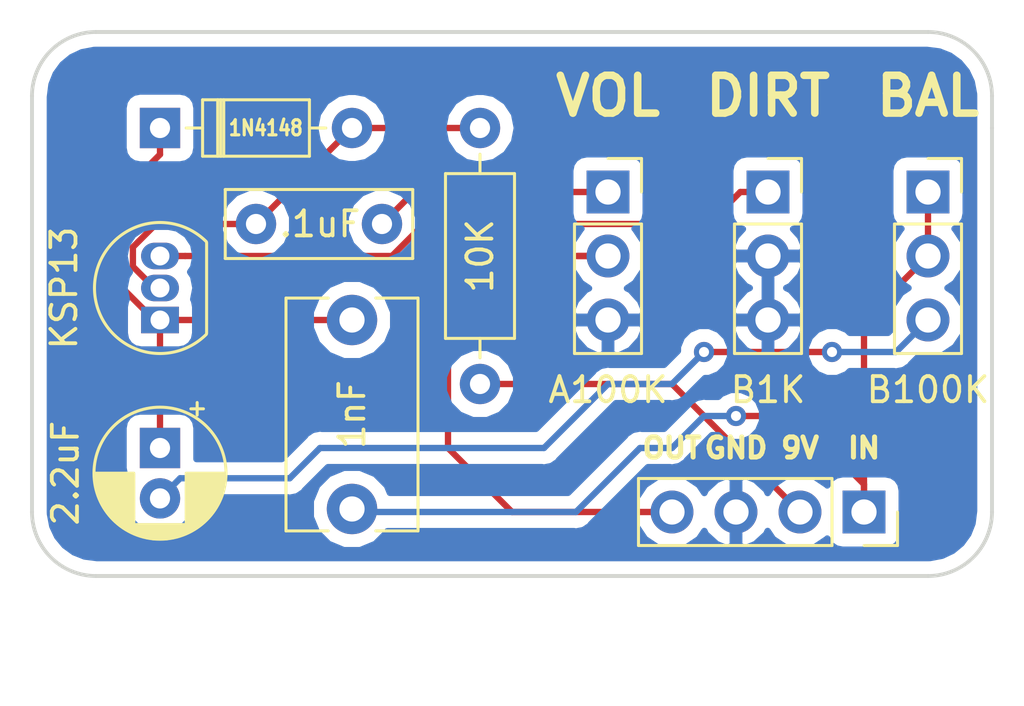
<source format=kicad_pcb>
(kicad_pcb (version 20171130) (host pcbnew 5.0.2+dfsg1-1+build2)

  (general
    (thickness 1.6)
    (drawings 16)
    (tracks 58)
    (zones 0)
    (modules 10)
    (nets 10)
  )

  (page A4)
  (layers
    (0 F.Cu signal)
    (31 B.Cu signal)
    (32 B.Adhes user)
    (33 F.Adhes user)
    (34 B.Paste user)
    (35 F.Paste user)
    (36 B.SilkS user)
    (37 F.SilkS user)
    (38 B.Mask user)
    (39 F.Mask user)
    (40 Dwgs.User user)
    (41 Cmts.User user)
    (42 Eco1.User user)
    (43 Eco2.User user)
    (44 Edge.Cuts user)
    (45 Margin user)
    (46 B.CrtYd user)
    (47 F.CrtYd user)
    (48 B.Fab user)
    (49 F.Fab user)
  )

  (setup
    (last_trace_width 0.25)
    (trace_clearance 0.2)
    (zone_clearance 0.508)
    (zone_45_only no)
    (trace_min 0.2)
    (segment_width 0.2)
    (edge_width 0.15)
    (via_size 0.8)
    (via_drill 0.4)
    (via_min_size 0.4)
    (via_min_drill 0.3)
    (uvia_size 0.3)
    (uvia_drill 0.1)
    (uvias_allowed no)
    (uvia_min_size 0.2)
    (uvia_min_drill 0.1)
    (pcb_text_width 0.3)
    (pcb_text_size 1.5 1.5)
    (mod_edge_width 0.15)
    (mod_text_size 1 1)
    (mod_text_width 0.15)
    (pad_size 1.524 1.524)
    (pad_drill 0.762)
    (pad_to_mask_clearance 0.051)
    (solder_mask_min_width 0.25)
    (aux_axis_origin 0 0)
    (visible_elements FFFFFF7F)
    (pcbplotparams
      (layerselection 0x010fc_ffffffff)
      (usegerberextensions false)
      (usegerberattributes false)
      (usegerberadvancedattributes false)
      (creategerberjobfile false)
      (excludeedgelayer true)
      (linewidth 0.100000)
      (plotframeref false)
      (viasonmask false)
      (mode 1)
      (useauxorigin false)
      (hpglpennumber 1)
      (hpglpenspeed 20)
      (hpglpendiameter 15.000000)
      (psnegative false)
      (psa4output false)
      (plotreference true)
      (plotvalue true)
      (plotinvisibletext false)
      (padsonsilk false)
      (subtractmaskfromsilk false)
      (outputformat 1)
      (mirror false)
      (drillshape 1)
      (scaleselection 1)
      (outputdirectory ""))
  )

  (net 0 "")
  (net 1 "Net-(C1-Pad1)")
  (net 2 IN)
  (net 3 "Net-(C2-Pad2)")
  (net 4 "Net-(C3-Pad1)")
  (net 5 "Net-(C3-Pad2)")
  (net 6 +9V)
  (net 7 GND)
  (net 8 OUT)
  (net 9 "Net-(Q1-Pad3)")

  (net_class Default "This is the default net class."
    (clearance 0.2)
    (trace_width 0.25)
    (via_dia 0.8)
    (via_drill 0.4)
    (uvia_dia 0.3)
    (uvia_drill 0.1)
    (add_net +9V)
    (add_net GND)
    (add_net IN)
    (add_net "Net-(C1-Pad1)")
    (add_net "Net-(C2-Pad2)")
    (add_net "Net-(C3-Pad1)")
    (add_net "Net-(C3-Pad2)")
    (add_net "Net-(Q1-Pad3)")
    (add_net OUT)
  )

  (module Capacitor_THT:C_Disc_D9.0mm_W5.0mm_P7.50mm (layer F.Cu) (tedit 5DB28F16) (tstamp 5DBEFDA1)
    (at 165.1 115.57 270)
    (descr "C, Disc series, Radial, pin pitch=7.50mm, , diameter*width=9*5.0mm^2, Capacitor, http://www.vishay.com/docs/28535/vy2series.pdf")
    (tags "C Disc series Radial pin pitch 7.50mm  diameter 9mm width 5.0mm Capacitor")
    (path /5DB27F5C)
    (fp_text reference C1 (at 3.75 -3.75 270) (layer F.SilkS) hide
      (effects (font (size 1 1) (thickness 0.15)))
    )
    (fp_text value 1nF (at 3.75 0 270) (layer F.SilkS)
      (effects (font (size 1 1) (thickness 0.15)))
    )
    (fp_line (start -0.75 -2.5) (end -0.75 2.5) (layer F.Fab) (width 0.1))
    (fp_line (start -0.75 2.5) (end 8.25 2.5) (layer F.Fab) (width 0.1))
    (fp_line (start 8.25 2.5) (end 8.25 -2.5) (layer F.Fab) (width 0.1))
    (fp_line (start 8.25 -2.5) (end -0.75 -2.5) (layer F.Fab) (width 0.1))
    (fp_line (start -0.87 -2.62) (end 8.37 -2.62) (layer F.SilkS) (width 0.12))
    (fp_line (start -0.87 2.62) (end 8.37 2.62) (layer F.SilkS) (width 0.12))
    (fp_line (start -0.87 -2.62) (end -0.87 -0.946) (layer F.SilkS) (width 0.12))
    (fp_line (start -0.87 0.946) (end -0.87 2.62) (layer F.SilkS) (width 0.12))
    (fp_line (start 8.37 -2.62) (end 8.37 -0.946) (layer F.SilkS) (width 0.12))
    (fp_line (start 8.37 0.946) (end 8.37 2.62) (layer F.SilkS) (width 0.12))
    (fp_line (start -1.25 -2.75) (end -1.25 2.75) (layer F.CrtYd) (width 0.05))
    (fp_line (start -1.25 2.75) (end 8.75 2.75) (layer F.CrtYd) (width 0.05))
    (fp_line (start 8.75 2.75) (end 8.75 -2.75) (layer F.CrtYd) (width 0.05))
    (fp_line (start 8.75 -2.75) (end -1.25 -2.75) (layer F.CrtYd) (width 0.05))
    (fp_text user %R (at 3.75 0 270) (layer F.Fab)
      (effects (font (size 1 1) (thickness 0.15)))
    )
    (pad 1 thru_hole circle (at 0 0 270) (size 2 2) (drill 1) (layers *.Cu *.Mask)
      (net 1 "Net-(C1-Pad1)"))
    (pad 2 thru_hole circle (at 7.5 0 270) (size 2 2) (drill 1) (layers *.Cu *.Mask)
      (net 2 IN))
    (model ${KISYS3DMOD}/Capacitor_THT.3dshapes/C_Disc_D9.0mm_W5.0mm_P7.50mm.wrl
      (at (xyz 0 0 0))
      (scale (xyz 1 1 1))
      (rotate (xyz 0 0 0))
    )
  )

  (module Capacitor_THT:CP_Radial_D5.0mm_P2.00mm (layer F.Cu) (tedit 5DB28F20) (tstamp 5DBEFE24)
    (at 157.48 120.65 270)
    (descr "CP, Radial series, Radial, pin pitch=2.00mm, , diameter=5mm, Electrolytic Capacitor")
    (tags "CP Radial series Radial pin pitch 2.00mm  diameter 5mm Electrolytic Capacitor")
    (path /5DB27EE6)
    (fp_text reference C2 (at 1 -3.75 270) (layer F.SilkS) hide
      (effects (font (size 1 1) (thickness 0.15)))
    )
    (fp_text value 2.2uF (at 1 3.75 270) (layer F.SilkS)
      (effects (font (size 1 1) (thickness 0.15)))
    )
    (fp_circle (center 1 0) (end 3.5 0) (layer F.Fab) (width 0.1))
    (fp_circle (center 1 0) (end 3.62 0) (layer F.SilkS) (width 0.12))
    (fp_circle (center 1 0) (end 3.75 0) (layer F.CrtYd) (width 0.05))
    (fp_line (start -1.133605 -1.0875) (end -0.633605 -1.0875) (layer F.Fab) (width 0.1))
    (fp_line (start -0.883605 -1.3375) (end -0.883605 -0.8375) (layer F.Fab) (width 0.1))
    (fp_line (start 1 1.04) (end 1 2.58) (layer F.SilkS) (width 0.12))
    (fp_line (start 1 -2.58) (end 1 -1.04) (layer F.SilkS) (width 0.12))
    (fp_line (start 1.04 1.04) (end 1.04 2.58) (layer F.SilkS) (width 0.12))
    (fp_line (start 1.04 -2.58) (end 1.04 -1.04) (layer F.SilkS) (width 0.12))
    (fp_line (start 1.08 -2.579) (end 1.08 -1.04) (layer F.SilkS) (width 0.12))
    (fp_line (start 1.08 1.04) (end 1.08 2.579) (layer F.SilkS) (width 0.12))
    (fp_line (start 1.12 -2.578) (end 1.12 -1.04) (layer F.SilkS) (width 0.12))
    (fp_line (start 1.12 1.04) (end 1.12 2.578) (layer F.SilkS) (width 0.12))
    (fp_line (start 1.16 -2.576) (end 1.16 -1.04) (layer F.SilkS) (width 0.12))
    (fp_line (start 1.16 1.04) (end 1.16 2.576) (layer F.SilkS) (width 0.12))
    (fp_line (start 1.2 -2.573) (end 1.2 -1.04) (layer F.SilkS) (width 0.12))
    (fp_line (start 1.2 1.04) (end 1.2 2.573) (layer F.SilkS) (width 0.12))
    (fp_line (start 1.24 -2.569) (end 1.24 -1.04) (layer F.SilkS) (width 0.12))
    (fp_line (start 1.24 1.04) (end 1.24 2.569) (layer F.SilkS) (width 0.12))
    (fp_line (start 1.28 -2.565) (end 1.28 -1.04) (layer F.SilkS) (width 0.12))
    (fp_line (start 1.28 1.04) (end 1.28 2.565) (layer F.SilkS) (width 0.12))
    (fp_line (start 1.32 -2.561) (end 1.32 -1.04) (layer F.SilkS) (width 0.12))
    (fp_line (start 1.32 1.04) (end 1.32 2.561) (layer F.SilkS) (width 0.12))
    (fp_line (start 1.36 -2.556) (end 1.36 -1.04) (layer F.SilkS) (width 0.12))
    (fp_line (start 1.36 1.04) (end 1.36 2.556) (layer F.SilkS) (width 0.12))
    (fp_line (start 1.4 -2.55) (end 1.4 -1.04) (layer F.SilkS) (width 0.12))
    (fp_line (start 1.4 1.04) (end 1.4 2.55) (layer F.SilkS) (width 0.12))
    (fp_line (start 1.44 -2.543) (end 1.44 -1.04) (layer F.SilkS) (width 0.12))
    (fp_line (start 1.44 1.04) (end 1.44 2.543) (layer F.SilkS) (width 0.12))
    (fp_line (start 1.48 -2.536) (end 1.48 -1.04) (layer F.SilkS) (width 0.12))
    (fp_line (start 1.48 1.04) (end 1.48 2.536) (layer F.SilkS) (width 0.12))
    (fp_line (start 1.52 -2.528) (end 1.52 -1.04) (layer F.SilkS) (width 0.12))
    (fp_line (start 1.52 1.04) (end 1.52 2.528) (layer F.SilkS) (width 0.12))
    (fp_line (start 1.56 -2.52) (end 1.56 -1.04) (layer F.SilkS) (width 0.12))
    (fp_line (start 1.56 1.04) (end 1.56 2.52) (layer F.SilkS) (width 0.12))
    (fp_line (start 1.6 -2.511) (end 1.6 -1.04) (layer F.SilkS) (width 0.12))
    (fp_line (start 1.6 1.04) (end 1.6 2.511) (layer F.SilkS) (width 0.12))
    (fp_line (start 1.64 -2.501) (end 1.64 -1.04) (layer F.SilkS) (width 0.12))
    (fp_line (start 1.64 1.04) (end 1.64 2.501) (layer F.SilkS) (width 0.12))
    (fp_line (start 1.68 -2.491) (end 1.68 -1.04) (layer F.SilkS) (width 0.12))
    (fp_line (start 1.68 1.04) (end 1.68 2.491) (layer F.SilkS) (width 0.12))
    (fp_line (start 1.721 -2.48) (end 1.721 -1.04) (layer F.SilkS) (width 0.12))
    (fp_line (start 1.721 1.04) (end 1.721 2.48) (layer F.SilkS) (width 0.12))
    (fp_line (start 1.761 -2.468) (end 1.761 -1.04) (layer F.SilkS) (width 0.12))
    (fp_line (start 1.761 1.04) (end 1.761 2.468) (layer F.SilkS) (width 0.12))
    (fp_line (start 1.801 -2.455) (end 1.801 -1.04) (layer F.SilkS) (width 0.12))
    (fp_line (start 1.801 1.04) (end 1.801 2.455) (layer F.SilkS) (width 0.12))
    (fp_line (start 1.841 -2.442) (end 1.841 -1.04) (layer F.SilkS) (width 0.12))
    (fp_line (start 1.841 1.04) (end 1.841 2.442) (layer F.SilkS) (width 0.12))
    (fp_line (start 1.881 -2.428) (end 1.881 -1.04) (layer F.SilkS) (width 0.12))
    (fp_line (start 1.881 1.04) (end 1.881 2.428) (layer F.SilkS) (width 0.12))
    (fp_line (start 1.921 -2.414) (end 1.921 -1.04) (layer F.SilkS) (width 0.12))
    (fp_line (start 1.921 1.04) (end 1.921 2.414) (layer F.SilkS) (width 0.12))
    (fp_line (start 1.961 -2.398) (end 1.961 -1.04) (layer F.SilkS) (width 0.12))
    (fp_line (start 1.961 1.04) (end 1.961 2.398) (layer F.SilkS) (width 0.12))
    (fp_line (start 2.001 -2.382) (end 2.001 -1.04) (layer F.SilkS) (width 0.12))
    (fp_line (start 2.001 1.04) (end 2.001 2.382) (layer F.SilkS) (width 0.12))
    (fp_line (start 2.041 -2.365) (end 2.041 -1.04) (layer F.SilkS) (width 0.12))
    (fp_line (start 2.041 1.04) (end 2.041 2.365) (layer F.SilkS) (width 0.12))
    (fp_line (start 2.081 -2.348) (end 2.081 -1.04) (layer F.SilkS) (width 0.12))
    (fp_line (start 2.081 1.04) (end 2.081 2.348) (layer F.SilkS) (width 0.12))
    (fp_line (start 2.121 -2.329) (end 2.121 -1.04) (layer F.SilkS) (width 0.12))
    (fp_line (start 2.121 1.04) (end 2.121 2.329) (layer F.SilkS) (width 0.12))
    (fp_line (start 2.161 -2.31) (end 2.161 -1.04) (layer F.SilkS) (width 0.12))
    (fp_line (start 2.161 1.04) (end 2.161 2.31) (layer F.SilkS) (width 0.12))
    (fp_line (start 2.201 -2.29) (end 2.201 -1.04) (layer F.SilkS) (width 0.12))
    (fp_line (start 2.201 1.04) (end 2.201 2.29) (layer F.SilkS) (width 0.12))
    (fp_line (start 2.241 -2.268) (end 2.241 -1.04) (layer F.SilkS) (width 0.12))
    (fp_line (start 2.241 1.04) (end 2.241 2.268) (layer F.SilkS) (width 0.12))
    (fp_line (start 2.281 -2.247) (end 2.281 -1.04) (layer F.SilkS) (width 0.12))
    (fp_line (start 2.281 1.04) (end 2.281 2.247) (layer F.SilkS) (width 0.12))
    (fp_line (start 2.321 -2.224) (end 2.321 -1.04) (layer F.SilkS) (width 0.12))
    (fp_line (start 2.321 1.04) (end 2.321 2.224) (layer F.SilkS) (width 0.12))
    (fp_line (start 2.361 -2.2) (end 2.361 -1.04) (layer F.SilkS) (width 0.12))
    (fp_line (start 2.361 1.04) (end 2.361 2.2) (layer F.SilkS) (width 0.12))
    (fp_line (start 2.401 -2.175) (end 2.401 -1.04) (layer F.SilkS) (width 0.12))
    (fp_line (start 2.401 1.04) (end 2.401 2.175) (layer F.SilkS) (width 0.12))
    (fp_line (start 2.441 -2.149) (end 2.441 -1.04) (layer F.SilkS) (width 0.12))
    (fp_line (start 2.441 1.04) (end 2.441 2.149) (layer F.SilkS) (width 0.12))
    (fp_line (start 2.481 -2.122) (end 2.481 -1.04) (layer F.SilkS) (width 0.12))
    (fp_line (start 2.481 1.04) (end 2.481 2.122) (layer F.SilkS) (width 0.12))
    (fp_line (start 2.521 -2.095) (end 2.521 -1.04) (layer F.SilkS) (width 0.12))
    (fp_line (start 2.521 1.04) (end 2.521 2.095) (layer F.SilkS) (width 0.12))
    (fp_line (start 2.561 -2.065) (end 2.561 -1.04) (layer F.SilkS) (width 0.12))
    (fp_line (start 2.561 1.04) (end 2.561 2.065) (layer F.SilkS) (width 0.12))
    (fp_line (start 2.601 -2.035) (end 2.601 -1.04) (layer F.SilkS) (width 0.12))
    (fp_line (start 2.601 1.04) (end 2.601 2.035) (layer F.SilkS) (width 0.12))
    (fp_line (start 2.641 -2.004) (end 2.641 -1.04) (layer F.SilkS) (width 0.12))
    (fp_line (start 2.641 1.04) (end 2.641 2.004) (layer F.SilkS) (width 0.12))
    (fp_line (start 2.681 -1.971) (end 2.681 -1.04) (layer F.SilkS) (width 0.12))
    (fp_line (start 2.681 1.04) (end 2.681 1.971) (layer F.SilkS) (width 0.12))
    (fp_line (start 2.721 -1.937) (end 2.721 -1.04) (layer F.SilkS) (width 0.12))
    (fp_line (start 2.721 1.04) (end 2.721 1.937) (layer F.SilkS) (width 0.12))
    (fp_line (start 2.761 -1.901) (end 2.761 -1.04) (layer F.SilkS) (width 0.12))
    (fp_line (start 2.761 1.04) (end 2.761 1.901) (layer F.SilkS) (width 0.12))
    (fp_line (start 2.801 -1.864) (end 2.801 -1.04) (layer F.SilkS) (width 0.12))
    (fp_line (start 2.801 1.04) (end 2.801 1.864) (layer F.SilkS) (width 0.12))
    (fp_line (start 2.841 -1.826) (end 2.841 -1.04) (layer F.SilkS) (width 0.12))
    (fp_line (start 2.841 1.04) (end 2.841 1.826) (layer F.SilkS) (width 0.12))
    (fp_line (start 2.881 -1.785) (end 2.881 -1.04) (layer F.SilkS) (width 0.12))
    (fp_line (start 2.881 1.04) (end 2.881 1.785) (layer F.SilkS) (width 0.12))
    (fp_line (start 2.921 -1.743) (end 2.921 -1.04) (layer F.SilkS) (width 0.12))
    (fp_line (start 2.921 1.04) (end 2.921 1.743) (layer F.SilkS) (width 0.12))
    (fp_line (start 2.961 -1.699) (end 2.961 -1.04) (layer F.SilkS) (width 0.12))
    (fp_line (start 2.961 1.04) (end 2.961 1.699) (layer F.SilkS) (width 0.12))
    (fp_line (start 3.001 -1.653) (end 3.001 -1.04) (layer F.SilkS) (width 0.12))
    (fp_line (start 3.001 1.04) (end 3.001 1.653) (layer F.SilkS) (width 0.12))
    (fp_line (start 3.041 -1.605) (end 3.041 1.605) (layer F.SilkS) (width 0.12))
    (fp_line (start 3.081 -1.554) (end 3.081 1.554) (layer F.SilkS) (width 0.12))
    (fp_line (start 3.121 -1.5) (end 3.121 1.5) (layer F.SilkS) (width 0.12))
    (fp_line (start 3.161 -1.443) (end 3.161 1.443) (layer F.SilkS) (width 0.12))
    (fp_line (start 3.201 -1.383) (end 3.201 1.383) (layer F.SilkS) (width 0.12))
    (fp_line (start 3.241 -1.319) (end 3.241 1.319) (layer F.SilkS) (width 0.12))
    (fp_line (start 3.281 -1.251) (end 3.281 1.251) (layer F.SilkS) (width 0.12))
    (fp_line (start 3.321 -1.178) (end 3.321 1.178) (layer F.SilkS) (width 0.12))
    (fp_line (start 3.361 -1.098) (end 3.361 1.098) (layer F.SilkS) (width 0.12))
    (fp_line (start 3.401 -1.011) (end 3.401 1.011) (layer F.SilkS) (width 0.12))
    (fp_line (start 3.441 -0.915) (end 3.441 0.915) (layer F.SilkS) (width 0.12))
    (fp_line (start 3.481 -0.805) (end 3.481 0.805) (layer F.SilkS) (width 0.12))
    (fp_line (start 3.521 -0.677) (end 3.521 0.677) (layer F.SilkS) (width 0.12))
    (fp_line (start 3.561 -0.518) (end 3.561 0.518) (layer F.SilkS) (width 0.12))
    (fp_line (start 3.601 -0.284) (end 3.601 0.284) (layer F.SilkS) (width 0.12))
    (fp_line (start -1.804775 -1.475) (end -1.304775 -1.475) (layer F.SilkS) (width 0.12))
    (fp_line (start -1.554775 -1.725) (end -1.554775 -1.225) (layer F.SilkS) (width 0.12))
    (fp_text user %R (at 1 0 270) (layer F.Fab)
      (effects (font (size 1 1) (thickness 0.15)))
    )
    (pad 1 thru_hole rect (at 0 0 270) (size 1.6 1.6) (drill 0.8) (layers *.Cu *.Mask)
      (net 1 "Net-(C1-Pad1)"))
    (pad 2 thru_hole circle (at 2 0 270) (size 1.6 1.6) (drill 0.8) (layers *.Cu *.Mask)
      (net 3 "Net-(C2-Pad2)"))
    (model ${KISYS3DMOD}/Capacitor_THT.3dshapes/CP_Radial_D5.0mm_P2.00mm.wrl
      (at (xyz 0 0 0))
      (scale (xyz 1 1 1))
      (rotate (xyz 0 0 0))
    )
  )

  (module Capacitor_THT:C_Rect_L7.2mm_W2.5mm_P5.00mm_FKS2_FKP2_MKS2_MKP2 (layer F.Cu) (tedit 5DB28F95) (tstamp 5DBEFE37)
    (at 161.29 111.76)
    (descr "C, Rect series, Radial, pin pitch=5.00mm, , length*width=7.2*2.5mm^2, Capacitor, http://www.wima.com/EN/WIMA_FKS_2.pdf")
    (tags "C Rect series Radial pin pitch 5.00mm  length 7.2mm width 2.5mm Capacitor")
    (path /5DB27582)
    (fp_text reference C3 (at 2.5 -2.5) (layer F.SilkS) hide
      (effects (font (size 1 1) (thickness 0.15)))
    )
    (fp_text value .1uF (at 2.54 0) (layer F.SilkS)
      (effects (font (size 1 1) (thickness 0.15)))
    )
    (fp_line (start -1.1 -1.25) (end -1.1 1.25) (layer F.Fab) (width 0.1))
    (fp_line (start -1.1 1.25) (end 6.1 1.25) (layer F.Fab) (width 0.1))
    (fp_line (start 6.1 1.25) (end 6.1 -1.25) (layer F.Fab) (width 0.1))
    (fp_line (start 6.1 -1.25) (end -1.1 -1.25) (layer F.Fab) (width 0.1))
    (fp_line (start -1.22 -1.37) (end 6.22 -1.37) (layer F.SilkS) (width 0.12))
    (fp_line (start -1.22 1.37) (end 6.22 1.37) (layer F.SilkS) (width 0.12))
    (fp_line (start -1.22 -1.37) (end -1.22 1.37) (layer F.SilkS) (width 0.12))
    (fp_line (start 6.22 -1.37) (end 6.22 1.37) (layer F.SilkS) (width 0.12))
    (fp_line (start -1.35 -1.5) (end -1.35 1.5) (layer F.CrtYd) (width 0.05))
    (fp_line (start -1.35 1.5) (end 6.35 1.5) (layer F.CrtYd) (width 0.05))
    (fp_line (start 6.35 1.5) (end 6.35 -1.5) (layer F.CrtYd) (width 0.05))
    (fp_line (start 6.35 -1.5) (end -1.35 -1.5) (layer F.CrtYd) (width 0.05))
    (fp_text user %R (at 2.5 0) (layer F.Fab)
      (effects (font (size 1 1) (thickness 0.15)))
    )
    (pad 1 thru_hole circle (at 0 0) (size 1.6 1.6) (drill 0.8) (layers *.Cu *.Mask)
      (net 4 "Net-(C3-Pad1)"))
    (pad 2 thru_hole circle (at 5 0) (size 1.6 1.6) (drill 0.8) (layers *.Cu *.Mask)
      (net 5 "Net-(C3-Pad2)"))
    (model ${KISYS3DMOD}/Capacitor_THT.3dshapes/C_Rect_L7.2mm_W2.5mm_P5.00mm_FKS2_FKP2_MKS2_MKP2.wrl
      (at (xyz 0 0 0))
      (scale (xyz 1 1 1))
      (rotate (xyz 0 0 0))
    )
  )

  (module Diode_THT:D_DO-35_SOD27_P7.62mm_Horizontal (layer F.Cu) (tedit 5DB28F75) (tstamp 5DBEFE56)
    (at 157.48 107.95)
    (descr "Diode, DO-35_SOD27 series, Axial, Horizontal, pin pitch=7.62mm, , length*diameter=4*2mm^2, , http://www.diodes.com/_files/packages/DO-35.pdf")
    (tags "Diode DO-35_SOD27 series Axial Horizontal pin pitch 7.62mm  length 4mm diameter 2mm")
    (path /5DB27624)
    (fp_text reference D1 (at 3.81 -2.12) (layer F.SilkS) hide
      (effects (font (size 1 1) (thickness 0.15)))
    )
    (fp_text value 1N4148 (at 4.2 0) (layer F.SilkS)
      (effects (font (size 0.6 0.5) (thickness 0.125)))
    )
    (fp_line (start 1.81 -1) (end 1.81 1) (layer F.Fab) (width 0.1))
    (fp_line (start 1.81 1) (end 5.81 1) (layer F.Fab) (width 0.1))
    (fp_line (start 5.81 1) (end 5.81 -1) (layer F.Fab) (width 0.1))
    (fp_line (start 5.81 -1) (end 1.81 -1) (layer F.Fab) (width 0.1))
    (fp_line (start 0 0) (end 1.81 0) (layer F.Fab) (width 0.1))
    (fp_line (start 7.62 0) (end 5.81 0) (layer F.Fab) (width 0.1))
    (fp_line (start 2.41 -1) (end 2.41 1) (layer F.Fab) (width 0.1))
    (fp_line (start 2.51 -1) (end 2.51 1) (layer F.Fab) (width 0.1))
    (fp_line (start 2.31 -1) (end 2.31 1) (layer F.Fab) (width 0.1))
    (fp_line (start 1.69 -1.12) (end 1.69 1.12) (layer F.SilkS) (width 0.12))
    (fp_line (start 1.69 1.12) (end 5.93 1.12) (layer F.SilkS) (width 0.12))
    (fp_line (start 5.93 1.12) (end 5.93 -1.12) (layer F.SilkS) (width 0.12))
    (fp_line (start 5.93 -1.12) (end 1.69 -1.12) (layer F.SilkS) (width 0.12))
    (fp_line (start 1.04 0) (end 1.69 0) (layer F.SilkS) (width 0.12))
    (fp_line (start 6.58 0) (end 5.93 0) (layer F.SilkS) (width 0.12))
    (fp_line (start 2.41 -1.12) (end 2.41 1.12) (layer F.SilkS) (width 0.12))
    (fp_line (start 2.53 -1.12) (end 2.53 1.12) (layer F.SilkS) (width 0.12))
    (fp_line (start 2.29 -1.12) (end 2.29 1.12) (layer F.SilkS) (width 0.12))
    (fp_line (start -1.05 -1.25) (end -1.05 1.25) (layer F.CrtYd) (width 0.05))
    (fp_line (start -1.05 1.25) (end 8.67 1.25) (layer F.CrtYd) (width 0.05))
    (fp_line (start 8.67 1.25) (end 8.67 -1.25) (layer F.CrtYd) (width 0.05))
    (fp_line (start 8.67 -1.25) (end -1.05 -1.25) (layer F.CrtYd) (width 0.05))
    (fp_text user %R (at 4.11 0) (layer F.Fab)
      (effects (font (size 0.8 0.8) (thickness 0.12)))
    )
    (fp_text user K (at 0 -1.8) (layer F.Fab) hide
      (effects (font (size 1 1) (thickness 0.15)))
    )
    (fp_text user K (at 0 -1.8) (layer F.SilkS) hide
      (effects (font (size 1 1) (thickness 0.15)))
    )
    (pad 1 thru_hole rect (at 0 0) (size 1.6 1.6) (drill 0.8) (layers *.Cu *.Mask)
      (net 1 "Net-(C1-Pad1)"))
    (pad 2 thru_hole oval (at 7.62 0) (size 1.6 1.6) (drill 0.8) (layers *.Cu *.Mask)
      (net 4 "Net-(C3-Pad1)"))
    (model ${KISYS3DMOD}/Diode_THT.3dshapes/D_DO-35_SOD27_P7.62mm_Horizontal.wrl
      (at (xyz 0 0 0))
      (scale (xyz 1 1 1))
      (rotate (xyz 0 0 0))
    )
  )

  (module Connector_PinSocket_2.54mm:PinSocket_1x04_P2.54mm_Vertical (layer F.Cu) (tedit 5DB28DF9) (tstamp 5DBEFE6E)
    (at 185.42 123.19 270)
    (descr "Through hole straight socket strip, 1x04, 2.54mm pitch, single row (from Kicad 4.0.7), script generated")
    (tags "Through hole socket strip THT 1x04 2.54mm single row")
    (path /5DB27CB2)
    (fp_text reference J1 (at 0 -2.77 270) (layer F.SilkS) hide
      (effects (font (size 1 1) (thickness 0.15)))
    )
    (fp_text value Conn_01x04_Female (at 0 10.39 270) (layer F.Fab)
      (effects (font (size 1 1) (thickness 0.15)))
    )
    (fp_line (start -1.27 -1.27) (end 0.635 -1.27) (layer F.Fab) (width 0.1))
    (fp_line (start 0.635 -1.27) (end 1.27 -0.635) (layer F.Fab) (width 0.1))
    (fp_line (start 1.27 -0.635) (end 1.27 8.89) (layer F.Fab) (width 0.1))
    (fp_line (start 1.27 8.89) (end -1.27 8.89) (layer F.Fab) (width 0.1))
    (fp_line (start -1.27 8.89) (end -1.27 -1.27) (layer F.Fab) (width 0.1))
    (fp_line (start -1.33 1.27) (end 1.33 1.27) (layer F.SilkS) (width 0.12))
    (fp_line (start -1.33 1.27) (end -1.33 8.95) (layer F.SilkS) (width 0.12))
    (fp_line (start -1.33 8.95) (end 1.33 8.95) (layer F.SilkS) (width 0.12))
    (fp_line (start 1.33 1.27) (end 1.33 8.95) (layer F.SilkS) (width 0.12))
    (fp_line (start 1.33 -1.33) (end 1.33 0) (layer F.SilkS) (width 0.12))
    (fp_line (start 0 -1.33) (end 1.33 -1.33) (layer F.SilkS) (width 0.12))
    (fp_line (start -1.8 -1.8) (end 1.75 -1.8) (layer F.CrtYd) (width 0.05))
    (fp_line (start 1.75 -1.8) (end 1.75 9.4) (layer F.CrtYd) (width 0.05))
    (fp_line (start 1.75 9.4) (end -1.8 9.4) (layer F.CrtYd) (width 0.05))
    (fp_line (start -1.8 9.4) (end -1.8 -1.8) (layer F.CrtYd) (width 0.05))
    (fp_text user %R (at 0 3.81) (layer F.Fab)
      (effects (font (size 1 1) (thickness 0.15)))
    )
    (pad 1 thru_hole rect (at 0 0 270) (size 1.7 1.7) (drill 1) (layers *.Cu *.Mask)
      (net 2 IN))
    (pad 2 thru_hole oval (at 0 2.54 270) (size 1.7 1.7) (drill 1) (layers *.Cu *.Mask)
      (net 6 +9V))
    (pad 3 thru_hole oval (at 0 5.08 270) (size 1.7 1.7) (drill 1) (layers *.Cu *.Mask)
      (net 7 GND))
    (pad 4 thru_hole oval (at 0 7.62 270) (size 1.7 1.7) (drill 1) (layers *.Cu *.Mask)
      (net 8 OUT))
    (model ${KISYS3DMOD}/Connector_PinSocket_2.54mm.3dshapes/PinSocket_1x04_P2.54mm_Vertical.wrl
      (at (xyz 0 0 0))
      (scale (xyz 1 1 1))
      (rotate (xyz 0 0 0))
    )
  )

  (module Package_TO_SOT_THT:TO-92_Inline (layer F.Cu) (tedit 5DB28F8D) (tstamp 5DBEFE80)
    (at 157.48 115.57 90)
    (descr "TO-92 leads in-line, narrow, oval pads, drill 0.75mm (see NXP sot054_po.pdf)")
    (tags "to-92 sc-43 sc-43a sot54 PA33 transistor")
    (path /5DB27A42)
    (fp_text reference Q1 (at 1.27 -3.56 90) (layer F.SilkS) hide
      (effects (font (size 1 1) (thickness 0.15)))
    )
    (fp_text value KSP13 (at 1.27 -3.81 90) (layer F.SilkS)
      (effects (font (size 1 1) (thickness 0.15)))
    )
    (fp_text user %R (at 1.27 -3.56 90) (layer F.Fab) hide
      (effects (font (size 1 1) (thickness 0.15)))
    )
    (fp_line (start -0.53 1.85) (end 3.07 1.85) (layer F.SilkS) (width 0.12))
    (fp_line (start -0.5 1.75) (end 3 1.75) (layer F.Fab) (width 0.1))
    (fp_line (start -1.46 -2.73) (end 4 -2.73) (layer F.CrtYd) (width 0.05))
    (fp_line (start -1.46 -2.73) (end -1.46 2.01) (layer F.CrtYd) (width 0.05))
    (fp_line (start 4 2.01) (end 4 -2.73) (layer F.CrtYd) (width 0.05))
    (fp_line (start 4 2.01) (end -1.46 2.01) (layer F.CrtYd) (width 0.05))
    (fp_arc (start 1.27 0) (end 1.27 -2.48) (angle 135) (layer F.Fab) (width 0.1))
    (fp_arc (start 1.27 0) (end 1.27 -2.6) (angle -135) (layer F.SilkS) (width 0.12))
    (fp_arc (start 1.27 0) (end 1.27 -2.48) (angle -135) (layer F.Fab) (width 0.1))
    (fp_arc (start 1.27 0) (end 1.27 -2.6) (angle 135) (layer F.SilkS) (width 0.12))
    (pad 2 thru_hole oval (at 1.27 0 90) (size 1.05 1.5) (drill 0.75) (layers *.Cu *.Mask)
      (net 4 "Net-(C3-Pad1)"))
    (pad 3 thru_hole oval (at 2.54 0 90) (size 1.05 1.5) (drill 0.75) (layers *.Cu *.Mask)
      (net 9 "Net-(Q1-Pad3)"))
    (pad 1 thru_hole rect (at 0 0 90) (size 1.05 1.5) (drill 0.75) (layers *.Cu *.Mask)
      (net 1 "Net-(C1-Pad1)"))
    (model ${KISYS3DMOD}/Package_TO_SOT_THT.3dshapes/TO-92_Inline.wrl
      (at (xyz 0 0 0))
      (scale (xyz 1 1 1))
      (rotate (xyz 0 0 0))
    )
  )

  (module Resistor_THT:R_Axial_DIN0207_L6.3mm_D2.5mm_P10.16mm_Horizontal (layer F.Cu) (tedit 5DB28E45) (tstamp 5DBEFE97)
    (at 170.18 118.11 90)
    (descr "Resistor, Axial_DIN0207 series, Axial, Horizontal, pin pitch=10.16mm, 0.25W = 1/4W, length*diameter=6.3*2.5mm^2, http://cdn-reichelt.de/documents/datenblatt/B400/1_4W%23YAG.pdf")
    (tags "Resistor Axial_DIN0207 series Axial Horizontal pin pitch 10.16mm 0.25W = 1/4W length 6.3mm diameter 2.5mm")
    (path /5DB27542)
    (fp_text reference R1 (at 5.08 -2.37 90) (layer F.SilkS) hide
      (effects (font (size 1 1) (thickness 0.15)))
    )
    (fp_text value 10K (at 5.08 0 90) (layer F.SilkS)
      (effects (font (size 1 1) (thickness 0.15)))
    )
    (fp_line (start 1.93 -1.25) (end 1.93 1.25) (layer F.Fab) (width 0.1))
    (fp_line (start 1.93 1.25) (end 8.23 1.25) (layer F.Fab) (width 0.1))
    (fp_line (start 8.23 1.25) (end 8.23 -1.25) (layer F.Fab) (width 0.1))
    (fp_line (start 8.23 -1.25) (end 1.93 -1.25) (layer F.Fab) (width 0.1))
    (fp_line (start 0 0) (end 1.93 0) (layer F.Fab) (width 0.1))
    (fp_line (start 10.16 0) (end 8.23 0) (layer F.Fab) (width 0.1))
    (fp_line (start 1.81 -1.37) (end 1.81 1.37) (layer F.SilkS) (width 0.12))
    (fp_line (start 1.81 1.37) (end 8.35 1.37) (layer F.SilkS) (width 0.12))
    (fp_line (start 8.35 1.37) (end 8.35 -1.37) (layer F.SilkS) (width 0.12))
    (fp_line (start 8.35 -1.37) (end 1.81 -1.37) (layer F.SilkS) (width 0.12))
    (fp_line (start 1.04 0) (end 1.81 0) (layer F.SilkS) (width 0.12))
    (fp_line (start 9.12 0) (end 8.35 0) (layer F.SilkS) (width 0.12))
    (fp_line (start -1.05 -1.5) (end -1.05 1.5) (layer F.CrtYd) (width 0.05))
    (fp_line (start -1.05 1.5) (end 11.21 1.5) (layer F.CrtYd) (width 0.05))
    (fp_line (start 11.21 1.5) (end 11.21 -1.5) (layer F.CrtYd) (width 0.05))
    (fp_line (start 11.21 -1.5) (end -1.05 -1.5) (layer F.CrtYd) (width 0.05))
    (fp_text user %R (at 5.08 0 90) (layer F.Fab)
      (effects (font (size 1 1) (thickness 0.15)))
    )
    (pad 1 thru_hole circle (at 0 0 90) (size 1.6 1.6) (drill 0.8) (layers *.Cu *.Mask)
      (net 6 +9V))
    (pad 2 thru_hole oval (at 10.16 0 90) (size 1.6 1.6) (drill 0.8) (layers *.Cu *.Mask)
      (net 4 "Net-(C3-Pad1)"))
    (model ${KISYS3DMOD}/Resistor_THT.3dshapes/R_Axial_DIN0207_L6.3mm_D2.5mm_P10.16mm_Horizontal.wrl
      (at (xyz 0 0 0))
      (scale (xyz 1 1 1))
      (rotate (xyz 0 0 0))
    )
  )

  (module Connector_PinSocket_2.54mm:PinSocket_1x03_P2.54mm_Vertical (layer F.Cu) (tedit 5DB28E7A) (tstamp 5DBEFEAE)
    (at 187.96 110.49)
    (descr "Through hole straight socket strip, 1x03, 2.54mm pitch, single row (from Kicad 4.0.7), script generated")
    (tags "Through hole socket strip THT 1x03 2.54mm single row")
    (path /5DB27E7A)
    (fp_text reference RV1 (at 0 -2.77) (layer F.SilkS) hide
      (effects (font (size 1 1) (thickness 0.15)))
    )
    (fp_text value B100K (at 0 7.85) (layer F.SilkS)
      (effects (font (size 1 1) (thickness 0.15)))
    )
    (fp_text user %R (at 0 2.54 90) (layer F.Fab)
      (effects (font (size 1 1) (thickness 0.15)))
    )
    (fp_line (start -1.8 6.85) (end -1.8 -1.8) (layer F.CrtYd) (width 0.05))
    (fp_line (start 1.75 6.85) (end -1.8 6.85) (layer F.CrtYd) (width 0.05))
    (fp_line (start 1.75 -1.8) (end 1.75 6.85) (layer F.CrtYd) (width 0.05))
    (fp_line (start -1.8 -1.8) (end 1.75 -1.8) (layer F.CrtYd) (width 0.05))
    (fp_line (start 0 -1.33) (end 1.33 -1.33) (layer F.SilkS) (width 0.12))
    (fp_line (start 1.33 -1.33) (end 1.33 0) (layer F.SilkS) (width 0.12))
    (fp_line (start 1.33 1.27) (end 1.33 6.41) (layer F.SilkS) (width 0.12))
    (fp_line (start -1.33 6.41) (end 1.33 6.41) (layer F.SilkS) (width 0.12))
    (fp_line (start -1.33 1.27) (end -1.33 6.41) (layer F.SilkS) (width 0.12))
    (fp_line (start -1.33 1.27) (end 1.33 1.27) (layer F.SilkS) (width 0.12))
    (fp_line (start -1.27 6.35) (end -1.27 -1.27) (layer F.Fab) (width 0.1))
    (fp_line (start 1.27 6.35) (end -1.27 6.35) (layer F.Fab) (width 0.1))
    (fp_line (start 1.27 -0.635) (end 1.27 6.35) (layer F.Fab) (width 0.1))
    (fp_line (start 0.635 -1.27) (end 1.27 -0.635) (layer F.Fab) (width 0.1))
    (fp_line (start -1.27 -1.27) (end 0.635 -1.27) (layer F.Fab) (width 0.1))
    (pad 3 thru_hole oval (at 0 5.08) (size 1.7 1.7) (drill 1) (layers *.Cu *.Mask)
      (net 3 "Net-(C2-Pad2)"))
    (pad 2 thru_hole oval (at 0 2.54) (size 1.7 1.7) (drill 1) (layers *.Cu *.Mask)
      (net 2 IN))
    (pad 1 thru_hole rect (at 0 0) (size 1.7 1.7) (drill 1) (layers *.Cu *.Mask)
      (net 2 IN))
    (model ${KISYS3DMOD}/Connector_PinSocket_2.54mm.3dshapes/PinSocket_1x03_P2.54mm_Vertical.wrl
      (at (xyz 0 0 0))
      (scale (xyz 1 1 1))
      (rotate (xyz 0 0 0))
    )
  )

  (module Connector_PinSocket_2.54mm:PinSocket_1x03_P2.54mm_Vertical (layer F.Cu) (tedit 5DB28E7F) (tstamp 5DBEFEC5)
    (at 181.61 110.49)
    (descr "Through hole straight socket strip, 1x03, 2.54mm pitch, single row (from Kicad 4.0.7), script generated")
    (tags "Through hole socket strip THT 1x03 2.54mm single row")
    (path /5DB2967A)
    (fp_text reference RV2 (at 0 -2.77) (layer F.SilkS) hide
      (effects (font (size 1 1) (thickness 0.15)))
    )
    (fp_text value B1K (at 0 7.85) (layer F.SilkS)
      (effects (font (size 1 1) (thickness 0.15)))
    )
    (fp_line (start -1.27 -1.27) (end 0.635 -1.27) (layer F.Fab) (width 0.1))
    (fp_line (start 0.635 -1.27) (end 1.27 -0.635) (layer F.Fab) (width 0.1))
    (fp_line (start 1.27 -0.635) (end 1.27 6.35) (layer F.Fab) (width 0.1))
    (fp_line (start 1.27 6.35) (end -1.27 6.35) (layer F.Fab) (width 0.1))
    (fp_line (start -1.27 6.35) (end -1.27 -1.27) (layer F.Fab) (width 0.1))
    (fp_line (start -1.33 1.27) (end 1.33 1.27) (layer F.SilkS) (width 0.12))
    (fp_line (start -1.33 1.27) (end -1.33 6.41) (layer F.SilkS) (width 0.12))
    (fp_line (start -1.33 6.41) (end 1.33 6.41) (layer F.SilkS) (width 0.12))
    (fp_line (start 1.33 1.27) (end 1.33 6.41) (layer F.SilkS) (width 0.12))
    (fp_line (start 1.33 -1.33) (end 1.33 0) (layer F.SilkS) (width 0.12))
    (fp_line (start 0 -1.33) (end 1.33 -1.33) (layer F.SilkS) (width 0.12))
    (fp_line (start -1.8 -1.8) (end 1.75 -1.8) (layer F.CrtYd) (width 0.05))
    (fp_line (start 1.75 -1.8) (end 1.75 6.85) (layer F.CrtYd) (width 0.05))
    (fp_line (start 1.75 6.85) (end -1.8 6.85) (layer F.CrtYd) (width 0.05))
    (fp_line (start -1.8 6.85) (end -1.8 -1.8) (layer F.CrtYd) (width 0.05))
    (fp_text user %R (at 0 2.54 90) (layer F.Fab)
      (effects (font (size 1 1) (thickness 0.15)))
    )
    (pad 1 thru_hole rect (at 0 0) (size 1.7 1.7) (drill 1) (layers *.Cu *.Mask)
      (net 9 "Net-(Q1-Pad3)"))
    (pad 2 thru_hole oval (at 0 2.54) (size 1.7 1.7) (drill 1) (layers *.Cu *.Mask)
      (net 7 GND))
    (pad 3 thru_hole oval (at 0 5.08) (size 1.7 1.7) (drill 1) (layers *.Cu *.Mask)
      (net 7 GND))
    (model ${KISYS3DMOD}/Connector_PinSocket_2.54mm.3dshapes/PinSocket_1x03_P2.54mm_Vertical.wrl
      (at (xyz 0 0 0))
      (scale (xyz 1 1 1))
      (rotate (xyz 0 0 0))
    )
  )

  (module Connector_PinSocket_2.54mm:PinSocket_1x03_P2.54mm_Vertical (layer F.Cu) (tedit 5DB28F05) (tstamp 5DBEFEDC)
    (at 175.26 110.49)
    (descr "Through hole straight socket strip, 1x03, 2.54mm pitch, single row (from Kicad 4.0.7), script generated")
    (tags "Through hole socket strip THT 1x03 2.54mm single row")
    (path /5DB276A0)
    (fp_text reference RV3 (at 0 -2.77) (layer F.SilkS) hide
      (effects (font (size 1 1) (thickness 0.15)))
    )
    (fp_text value A100K (at 0 7.85) (layer F.SilkS)
      (effects (font (size 1 1) (thickness 0.15)))
    )
    (fp_line (start -1.27 -1.27) (end 0.635 -1.27) (layer F.Fab) (width 0.1))
    (fp_line (start 0.635 -1.27) (end 1.27 -0.635) (layer F.Fab) (width 0.1))
    (fp_line (start 1.27 -0.635) (end 1.27 6.35) (layer F.Fab) (width 0.1))
    (fp_line (start 1.27 6.35) (end -1.27 6.35) (layer F.Fab) (width 0.1))
    (fp_line (start -1.27 6.35) (end -1.27 -1.27) (layer F.Fab) (width 0.1))
    (fp_line (start -1.33 1.27) (end 1.33 1.27) (layer F.SilkS) (width 0.12))
    (fp_line (start -1.33 1.27) (end -1.33 6.41) (layer F.SilkS) (width 0.12))
    (fp_line (start -1.33 6.41) (end 1.33 6.41) (layer F.SilkS) (width 0.12))
    (fp_line (start 1.33 1.27) (end 1.33 6.41) (layer F.SilkS) (width 0.12))
    (fp_line (start 1.33 -1.33) (end 1.33 0) (layer F.SilkS) (width 0.12))
    (fp_line (start 0 -1.33) (end 1.33 -1.33) (layer F.SilkS) (width 0.12))
    (fp_line (start -1.8 -1.8) (end 1.75 -1.8) (layer F.CrtYd) (width 0.05))
    (fp_line (start 1.75 -1.8) (end 1.75 6.85) (layer F.CrtYd) (width 0.05))
    (fp_line (start 1.75 6.85) (end -1.8 6.85) (layer F.CrtYd) (width 0.05))
    (fp_line (start -1.8 6.85) (end -1.8 -1.8) (layer F.CrtYd) (width 0.05))
    (fp_text user %R (at 0 2.54 90) (layer F.Fab)
      (effects (font (size 1 1) (thickness 0.15)))
    )
    (pad 1 thru_hole rect (at 0 0) (size 1.7 1.7) (drill 1) (layers *.Cu *.Mask)
      (net 5 "Net-(C3-Pad2)"))
    (pad 2 thru_hole oval (at 0 2.54) (size 1.7 1.7) (drill 1) (layers *.Cu *.Mask)
      (net 8 OUT))
    (pad 3 thru_hole oval (at 0 5.08) (size 1.7 1.7) (drill 1) (layers *.Cu *.Mask)
      (net 7 GND))
    (model ${KISYS3DMOD}/Connector_PinSocket_2.54mm.3dshapes/PinSocket_1x03_P2.54mm_Vertical.wrl
      (at (xyz 0 0 0))
      (scale (xyz 1 1 1))
      (rotate (xyz 0 0 0))
    )
  )

  (gr_text BAL (at 187.96 106.68) (layer F.SilkS)
    (effects (font (size 1.5 1.5) (thickness 0.3)))
  )
  (gr_text DIRT (at 181.61 106.68) (layer F.SilkS)
    (effects (font (size 1.5 1.5) (thickness 0.3)))
  )
  (gr_text VOL (at 175.26 106.68) (layer F.SilkS)
    (effects (font (size 1.5 1.5) (thickness 0.3)))
  )
  (gr_text IN (at 185.42 120.65) (layer F.SilkS) (tstamp 5DBF173A)
    (effects (font (size 0.8 0.8) (thickness 0.2)))
  )
  (gr_text 9V (at 182.88 120.65) (layer F.SilkS) (tstamp 5DBF1737)
    (effects (font (size 0.8 0.8) (thickness 0.2)))
  )
  (gr_text GND (at 180.34 120.65) (layer F.SilkS) (tstamp 5DBF1734)
    (effects (font (size 0.8 0.8) (thickness 0.2)))
  )
  (gr_text OUT (at 177.8 120.65) (layer F.SilkS)
    (effects (font (size 0.8 0.8) (thickness 0.2)))
  )
  (gr_line (start 154.94 104.14) (end 187.96 104.14) (layer Edge.Cuts) (width 0.15))
  (gr_line (start 152.4 123.19) (end 152.4 106.68) (layer Edge.Cuts) (width 0.15))
  (gr_line (start 187.96 125.73) (end 154.94 125.73) (layer Edge.Cuts) (width 0.15))
  (gr_line (start 190.5 107.95) (end 190.5 123.19) (layer Edge.Cuts) (width 0.15))
  (gr_arc (start 187.96 106.68) (end 190.5 106.68) (angle -90) (layer Edge.Cuts) (width 0.15))
  (gr_arc (start 187.96 123.19) (end 187.96 125.73) (angle -90) (layer Edge.Cuts) (width 0.15))
  (gr_arc (start 154.94 123.19) (end 152.4 123.19) (angle -90) (layer Edge.Cuts) (width 0.15))
  (gr_arc (start 154.94 106.68) (end 154.94 104.14) (angle -90) (layer Edge.Cuts) (width 0.15))
  (gr_line (start 190.5 107.95) (end 190.5 106.68) (layer Edge.Cuts) (width 0.15))

  (segment (start 155.95498 114.26998) (end 157.255 115.57) (width 0.25) (layer F.Cu) (net 1))
  (segment (start 155.95498 110.52502) (end 155.95498 114.26998) (width 0.25) (layer F.Cu) (net 1))
  (segment (start 157.48 109) (end 155.95498 110.52502) (width 0.25) (layer F.Cu) (net 1))
  (segment (start 157.255 115.57) (end 157.48 115.57) (width 0.25) (layer F.Cu) (net 1))
  (segment (start 157.48 107.95) (end 157.48 109) (width 0.25) (layer F.Cu) (net 1))
  (segment (start 157.48 115.57) (end 165.1 115.57) (width 0.25) (layer F.Cu) (net 1))
  (segment (start 157.48 115.57) (end 157.48 120.65) (width 0.25) (layer F.Cu) (net 1))
  (segment (start 187.96 110.49) (end 187.96 113.03) (width 0.25) (layer F.Cu) (net 2))
  (segment (start 185.42 115.57) (end 185.42 123.19) (width 0.25) (layer F.Cu) (net 2))
  (segment (start 187.96 113.03) (end 185.42 115.57) (width 0.25) (layer F.Cu) (net 2))
  (segment (start 185.42 122.09) (end 182.71 119.38) (width 0.25) (layer F.Cu) (net 2))
  (segment (start 185.42 123.19) (end 185.42 122.09) (width 0.25) (layer F.Cu) (net 2))
  (segment (start 182.71 119.38) (end 180.34 119.38) (width 0.25) (layer F.Cu) (net 2))
  (segment (start 180.34 119.38) (end 180.34 119.38) (width 0.25) (layer F.Cu) (net 2) (tstamp 5DBF13B9))
  (via (at 180.34 119.38) (size 0.8) (drill 0.4) (layers F.Cu B.Cu) (net 2))
  (segment (start 165.22 123.19) (end 165.1 123.07) (width 0.25) (layer B.Cu) (net 2))
  (segment (start 173.99 123.19) (end 165.22 123.19) (width 0.25) (layer B.Cu) (net 2))
  (segment (start 177.8 120.65) (end 176.53 120.65) (width 0.25) (layer B.Cu) (net 2))
  (segment (start 180.34 119.38) (end 179.07 119.38) (width 0.25) (layer B.Cu) (net 2))
  (segment (start 176.53 120.65) (end 173.99 123.19) (width 0.25) (layer B.Cu) (net 2))
  (segment (start 179.07 119.38) (end 177.8 120.65) (width 0.25) (layer B.Cu) (net 2))
  (segment (start 179.07 116.84) (end 179.07 116.84) (width 0.25) (layer B.Cu) (net 3) (tstamp 5DBF13BB))
  (via (at 179.07 116.84) (size 0.8) (drill 0.4) (layers F.Cu B.Cu) (net 3))
  (segment (start 179.07 116.84) (end 184.15 116.84) (width 0.25) (layer F.Cu) (net 3))
  (segment (start 184.15 116.84) (end 184.15 116.84) (width 0.25) (layer F.Cu) (net 3) (tstamp 5DBF13BD))
  (via (at 184.15 116.84) (size 0.8) (drill 0.4) (layers F.Cu B.Cu) (net 3))
  (segment (start 186.69 116.84) (end 187.96 115.57) (width 0.25) (layer B.Cu) (net 3))
  (segment (start 184.15 116.84) (end 186.69 116.84) (width 0.25) (layer B.Cu) (net 3))
  (segment (start 177.8 118.11) (end 179.07 116.84) (width 0.25) (layer B.Cu) (net 3))
  (segment (start 157.48 122.65) (end 158.279999 121.850001) (width 0.25) (layer B.Cu) (net 3))
  (segment (start 158.279999 121.850001) (end 162.629999 121.850001) (width 0.25) (layer B.Cu) (net 3))
  (segment (start 162.629999 121.850001) (end 163.83 120.65) (width 0.25) (layer B.Cu) (net 3))
  (segment (start 172.72 120.65) (end 175.26 118.11) (width 0.25) (layer B.Cu) (net 3))
  (segment (start 163.83 120.65) (end 172.72 120.65) (width 0.25) (layer B.Cu) (net 3))
  (segment (start 175.26 118.11) (end 177.8 118.11) (width 0.25) (layer B.Cu) (net 3))
  (segment (start 170.18 107.95) (end 165.1 107.95) (width 0.25) (layer F.Cu) (net 4))
  (segment (start 161.29 111.76) (end 165.1 107.95) (width 0.25) (layer F.Cu) (net 4))
  (segment (start 157.255 114.3) (end 157.48 114.3) (width 0.25) (layer F.Cu) (net 4))
  (segment (start 156.40499 112.677915) (end 156.40499 113.44999) (width 0.25) (layer F.Cu) (net 4))
  (segment (start 157.322905 111.76) (end 156.40499 112.677915) (width 0.25) (layer F.Cu) (net 4))
  (segment (start 156.40499 113.44999) (end 157.255 114.3) (width 0.25) (layer F.Cu) (net 4))
  (segment (start 161.29 111.76) (end 157.322905 111.76) (width 0.25) (layer F.Cu) (net 4))
  (segment (start 167.56 110.49) (end 166.29 111.76) (width 0.25) (layer F.Cu) (net 5))
  (segment (start 175.26 110.49) (end 167.56 110.49) (width 0.25) (layer F.Cu) (net 5))
  (segment (start 177.8 118.11) (end 170.18 118.11) (width 0.25) (layer F.Cu) (net 6))
  (segment (start 182.88 123.19) (end 177.8 118.11) (width 0.25) (layer F.Cu) (net 6))
  (segment (start 174.057919 113.03) (end 175.26 113.03) (width 0.25) (layer F.Cu) (net 8))
  (segment (start 168.91 120.65) (end 171.45 123.19) (width 0.25) (layer F.Cu) (net 8))
  (segment (start 168.91 115.57) (end 168.91 120.65) (width 0.25) (layer F.Cu) (net 8))
  (segment (start 171.45 123.19) (end 177.8 123.19) (width 0.25) (layer F.Cu) (net 8))
  (segment (start 175.26 113.03) (end 171.45 113.03) (width 0.25) (layer F.Cu) (net 8))
  (segment (start 171.45 113.03) (end 168.91 115.57) (width 0.25) (layer F.Cu) (net 8))
  (segment (start 166.685002 113.03) (end 158.48 113.03) (width 0.25) (layer F.Cu) (net 9))
  (segment (start 167.955002 111.76) (end 166.685002 113.03) (width 0.25) (layer F.Cu) (net 9))
  (segment (start 179.24 111.76) (end 167.955002 111.76) (width 0.25) (layer F.Cu) (net 9))
  (segment (start 181.61 110.49) (end 180.51 110.49) (width 0.25) (layer F.Cu) (net 9))
  (segment (start 180.51 110.49) (end 179.24 111.76) (width 0.25) (layer F.Cu) (net 9))
  (segment (start 158.48 113.03) (end 157.48 113.03) (width 0.25) (layer F.Cu) (net 9))

  (zone (net 7) (net_name GND) (layer B.Cu) (tstamp 0) (hatch edge 0.508)
    (connect_pads thru_hole_only (clearance 0.508))
    (min_thickness 0.254)
    (fill yes (arc_segments 16) (thermal_gap 0.508) (thermal_bridge_width 0.508) (smoothing chamfer) (radius 0.8))
    (polygon
      (pts
        (xy 151.13 102.87) (xy 191.77 102.87) (xy 191.77 127) (xy 151.13 125.73)
      )
    )
    (filled_polygon
      (pts
        (xy 188.413698 104.912958) (xy 188.838893 105.081305) (xy 189.208858 105.350101) (xy 189.500356 105.702462) (xy 189.695067 106.116244)
        (xy 189.787093 106.598662) (xy 189.790001 106.691194) (xy 189.79 107.880074) (xy 189.79 107.880075) (xy 189.790001 123.145326)
        (xy 189.727042 123.643699) (xy 189.558697 124.068889) (xy 189.289899 124.438859) (xy 188.937541 124.730355) (xy 188.523756 124.925067)
        (xy 188.041339 125.017093) (xy 187.948836 125.02) (xy 154.984667 125.02) (xy 154.486301 124.957042) (xy 154.061111 124.788697)
        (xy 153.691141 124.519899) (xy 153.399645 124.167541) (xy 153.204933 123.753756) (xy 153.112907 123.271339) (xy 153.11 123.178836)
        (xy 153.11 119.85) (xy 156.03256 119.85) (xy 156.03256 121.45) (xy 156.081843 121.697765) (xy 156.222191 121.907809)
        (xy 156.231591 121.91409) (xy 156.045 122.364561) (xy 156.045 122.935439) (xy 156.263466 123.462862) (xy 156.667138 123.866534)
        (xy 157.194561 124.085) (xy 157.765439 124.085) (xy 158.292862 123.866534) (xy 158.696534 123.462862) (xy 158.915 122.935439)
        (xy 158.915 122.744778) (xy 163.465 122.744778) (xy 163.465 123.395222) (xy 163.713914 123.996153) (xy 164.173847 124.456086)
        (xy 164.774778 124.705) (xy 165.425222 124.705) (xy 166.026153 124.456086) (xy 166.486086 123.996153) (xy 166.505203 123.95)
        (xy 173.915153 123.95) (xy 173.99 123.964888) (xy 174.064847 123.95) (xy 174.064852 123.95) (xy 174.286537 123.905904)
        (xy 174.537929 123.737929) (xy 174.580331 123.67447) (xy 175.064801 123.19) (xy 176.285908 123.19) (xy 176.401161 123.769418)
        (xy 176.729375 124.260625) (xy 177.220582 124.588839) (xy 177.653744 124.675) (xy 177.946256 124.675) (xy 178.379418 124.588839)
        (xy 178.870625 124.260625) (xy 179.083843 123.941522) (xy 179.144817 124.071358) (xy 179.573076 124.461645) (xy 179.98311 124.631476)
        (xy 180.213 124.510155) (xy 180.213 123.317) (xy 180.193 123.317) (xy 180.193 123.063) (xy 180.213 123.063)
        (xy 180.213 121.869845) (xy 180.467 121.869845) (xy 180.467 123.063) (xy 180.487 123.063) (xy 180.487 123.317)
        (xy 180.467 123.317) (xy 180.467 124.510155) (xy 180.69689 124.631476) (xy 181.106924 124.461645) (xy 181.535183 124.071358)
        (xy 181.596157 123.941522) (xy 181.809375 124.260625) (xy 182.300582 124.588839) (xy 182.733744 124.675) (xy 183.026256 124.675)
        (xy 183.459418 124.588839) (xy 183.950625 124.260625) (xy 183.962816 124.242381) (xy 183.971843 124.287765) (xy 184.112191 124.497809)
        (xy 184.322235 124.638157) (xy 184.57 124.68744) (xy 186.27 124.68744) (xy 186.517765 124.638157) (xy 186.727809 124.497809)
        (xy 186.868157 124.287765) (xy 186.91744 124.04) (xy 186.91744 122.34) (xy 186.868157 122.092235) (xy 186.727809 121.882191)
        (xy 186.517765 121.741843) (xy 186.27 121.69256) (xy 184.57 121.69256) (xy 184.322235 121.741843) (xy 184.112191 121.882191)
        (xy 183.971843 122.092235) (xy 183.962816 122.137619) (xy 183.950625 122.119375) (xy 183.459418 121.791161) (xy 183.026256 121.705)
        (xy 182.733744 121.705) (xy 182.300582 121.791161) (xy 181.809375 122.119375) (xy 181.596157 122.438478) (xy 181.535183 122.308642)
        (xy 181.106924 121.918355) (xy 180.69689 121.748524) (xy 180.467 121.869845) (xy 180.213 121.869845) (xy 179.98311 121.748524)
        (xy 179.573076 121.918355) (xy 179.144817 122.308642) (xy 179.083843 122.438478) (xy 178.870625 122.119375) (xy 178.379418 121.791161)
        (xy 177.946256 121.705) (xy 177.653744 121.705) (xy 177.220582 121.791161) (xy 176.729375 122.119375) (xy 176.401161 122.610582)
        (xy 176.285908 123.19) (xy 175.064801 123.19) (xy 176.844803 121.41) (xy 177.725153 121.41) (xy 177.8 121.424888)
        (xy 177.874847 121.41) (xy 177.874852 121.41) (xy 178.096537 121.365904) (xy 178.347929 121.197929) (xy 178.390331 121.13447)
        (xy 179.384802 120.14) (xy 179.636289 120.14) (xy 179.75372 120.257431) (xy 180.134126 120.415) (xy 180.545874 120.415)
        (xy 180.92628 120.257431) (xy 181.217431 119.96628) (xy 181.375 119.585874) (xy 181.375 119.174126) (xy 181.217431 118.79372)
        (xy 180.92628 118.502569) (xy 180.545874 118.345) (xy 180.134126 118.345) (xy 179.75372 118.502569) (xy 179.636289 118.62)
        (xy 179.144846 118.62) (xy 179.069999 118.605112) (xy 178.995152 118.62) (xy 178.995148 118.62) (xy 178.773463 118.664096)
        (xy 178.522071 118.832071) (xy 178.479671 118.895527) (xy 177.485199 119.89) (xy 176.604846 119.89) (xy 176.529999 119.875112)
        (xy 176.455152 119.89) (xy 176.455148 119.89) (xy 176.233463 119.934096) (xy 176.233461 119.934097) (xy 176.233462 119.934097)
        (xy 176.045526 120.059671) (xy 176.045524 120.059673) (xy 175.982071 120.102071) (xy 175.939673 120.165524) (xy 173.675199 122.43)
        (xy 166.604615 122.43) (xy 166.486086 122.143847) (xy 166.026153 121.683914) (xy 165.425222 121.435) (xy 164.774778 121.435)
        (xy 164.173847 121.683914) (xy 163.713914 122.143847) (xy 163.465 122.744778) (xy 158.915 122.744778) (xy 158.915 122.610001)
        (xy 162.555152 122.610001) (xy 162.629999 122.624889) (xy 162.704846 122.610001) (xy 162.704851 122.610001) (xy 162.926536 122.565905)
        (xy 163.177928 122.39793) (xy 163.22033 122.334471) (xy 164.144802 121.41) (xy 172.645153 121.41) (xy 172.72 121.424888)
        (xy 172.794847 121.41) (xy 172.794852 121.41) (xy 173.016537 121.365904) (xy 173.267929 121.197929) (xy 173.310331 121.13447)
        (xy 175.574803 118.87) (xy 177.725153 118.87) (xy 177.8 118.884888) (xy 177.874847 118.87) (xy 177.874852 118.87)
        (xy 178.096537 118.825904) (xy 178.347929 118.657929) (xy 178.390331 118.59447) (xy 179.109802 117.875) (xy 179.275874 117.875)
        (xy 179.65628 117.717431) (xy 179.947431 117.42628) (xy 180.105 117.045874) (xy 180.105 116.634126) (xy 179.947431 116.25372)
        (xy 179.65628 115.962569) (xy 179.570144 115.92689) (xy 180.168524 115.92689) (xy 180.338355 116.336924) (xy 180.728642 116.765183)
        (xy 181.253108 117.011486) (xy 181.483 116.890819) (xy 181.483 115.697) (xy 181.737 115.697) (xy 181.737 116.890819)
        (xy 181.966892 117.011486) (xy 182.491358 116.765183) (xy 182.610794 116.634126) (xy 183.115 116.634126) (xy 183.115 117.045874)
        (xy 183.272569 117.42628) (xy 183.56372 117.717431) (xy 183.944126 117.875) (xy 184.355874 117.875) (xy 184.73628 117.717431)
        (xy 184.853711 117.6) (xy 186.615153 117.6) (xy 186.69 117.614888) (xy 186.764847 117.6) (xy 186.764852 117.6)
        (xy 186.986537 117.555904) (xy 187.237929 117.387929) (xy 187.280331 117.32447) (xy 187.593592 117.011209) (xy 187.813744 117.055)
        (xy 188.106256 117.055) (xy 188.539418 116.968839) (xy 189.030625 116.640625) (xy 189.358839 116.149418) (xy 189.474092 115.57)
        (xy 189.358839 114.990582) (xy 189.030625 114.499375) (xy 188.732239 114.3) (xy 189.030625 114.100625) (xy 189.358839 113.609418)
        (xy 189.474092 113.03) (xy 189.358839 112.450582) (xy 189.030625 111.959375) (xy 189.012381 111.947184) (xy 189.057765 111.938157)
        (xy 189.267809 111.797809) (xy 189.408157 111.587765) (xy 189.45744 111.34) (xy 189.45744 109.64) (xy 189.408157 109.392235)
        (xy 189.267809 109.182191) (xy 189.057765 109.041843) (xy 188.81 108.99256) (xy 187.11 108.99256) (xy 186.862235 109.041843)
        (xy 186.652191 109.182191) (xy 186.511843 109.392235) (xy 186.46256 109.64) (xy 186.46256 111.34) (xy 186.511843 111.587765)
        (xy 186.652191 111.797809) (xy 186.862235 111.938157) (xy 186.907619 111.947184) (xy 186.889375 111.959375) (xy 186.561161 112.450582)
        (xy 186.445908 113.03) (xy 186.561161 113.609418) (xy 186.889375 114.100625) (xy 187.187761 114.3) (xy 186.889375 114.499375)
        (xy 186.561161 114.990582) (xy 186.445908 115.57) (xy 186.518791 115.936408) (xy 186.375199 116.08) (xy 184.853711 116.08)
        (xy 184.73628 115.962569) (xy 184.355874 115.805) (xy 183.944126 115.805) (xy 183.56372 115.962569) (xy 183.272569 116.25372)
        (xy 183.115 116.634126) (xy 182.610794 116.634126) (xy 182.881645 116.336924) (xy 183.051476 115.92689) (xy 182.930155 115.697)
        (xy 181.737 115.697) (xy 181.483 115.697) (xy 180.289845 115.697) (xy 180.168524 115.92689) (xy 179.570144 115.92689)
        (xy 179.275874 115.805) (xy 178.864126 115.805) (xy 178.48372 115.962569) (xy 178.192569 116.25372) (xy 178.035 116.634126)
        (xy 178.035 116.800198) (xy 177.485199 117.35) (xy 175.334846 117.35) (xy 175.259999 117.335112) (xy 175.185152 117.35)
        (xy 175.185148 117.35) (xy 174.963463 117.394096) (xy 174.963461 117.394097) (xy 174.963462 117.394097) (xy 174.775526 117.519671)
        (xy 174.775524 117.519673) (xy 174.712071 117.562071) (xy 174.669673 117.625524) (xy 172.405199 119.89) (xy 163.904848 119.89)
        (xy 163.83 119.875112) (xy 163.755152 119.89) (xy 163.755148 119.89) (xy 163.581605 119.92452) (xy 163.533462 119.934096)
        (xy 163.485296 119.96628) (xy 163.282071 120.102071) (xy 163.239671 120.165527) (xy 162.315198 121.090001) (xy 158.92744 121.090001)
        (xy 158.92744 119.85) (xy 158.878157 119.602235) (xy 158.737809 119.392191) (xy 158.527765 119.251843) (xy 158.28 119.20256)
        (xy 156.68 119.20256) (xy 156.432235 119.251843) (xy 156.222191 119.392191) (xy 156.081843 119.602235) (xy 156.03256 119.85)
        (xy 153.11 119.85) (xy 153.11 117.824561) (xy 168.745 117.824561) (xy 168.745 118.395439) (xy 168.963466 118.922862)
        (xy 169.367138 119.326534) (xy 169.894561 119.545) (xy 170.465439 119.545) (xy 170.992862 119.326534) (xy 171.396534 118.922862)
        (xy 171.615 118.395439) (xy 171.615 117.824561) (xy 171.396534 117.297138) (xy 170.992862 116.893466) (xy 170.465439 116.675)
        (xy 169.894561 116.675) (xy 169.367138 116.893466) (xy 168.963466 117.297138) (xy 168.745 117.824561) (xy 153.11 117.824561)
        (xy 153.11 113.03) (xy 156.072275 113.03) (xy 156.162305 113.482609) (xy 156.284174 113.665) (xy 156.162305 113.847391)
        (xy 156.072275 114.3) (xy 156.162157 114.751867) (xy 156.131843 114.797235) (xy 156.08256 115.045) (xy 156.08256 116.095)
        (xy 156.131843 116.342765) (xy 156.272191 116.552809) (xy 156.482235 116.693157) (xy 156.73 116.74244) (xy 158.23 116.74244)
        (xy 158.477765 116.693157) (xy 158.687809 116.552809) (xy 158.828157 116.342765) (xy 158.87744 116.095) (xy 158.87744 115.244778)
        (xy 163.465 115.244778) (xy 163.465 115.895222) (xy 163.713914 116.496153) (xy 164.173847 116.956086) (xy 164.774778 117.205)
        (xy 165.425222 117.205) (xy 166.026153 116.956086) (xy 166.486086 116.496153) (xy 166.721882 115.92689) (xy 173.818524 115.92689)
        (xy 173.988355 116.336924) (xy 174.378642 116.765183) (xy 174.903108 117.011486) (xy 175.133 116.890819) (xy 175.133 115.697)
        (xy 175.387 115.697) (xy 175.387 116.890819) (xy 175.616892 117.011486) (xy 176.141358 116.765183) (xy 176.531645 116.336924)
        (xy 176.701476 115.92689) (xy 176.580155 115.697) (xy 175.387 115.697) (xy 175.133 115.697) (xy 173.939845 115.697)
        (xy 173.818524 115.92689) (xy 166.721882 115.92689) (xy 166.735 115.895222) (xy 166.735 115.244778) (xy 166.486086 114.643847)
        (xy 166.026153 114.183914) (xy 165.425222 113.935) (xy 164.774778 113.935) (xy 164.173847 114.183914) (xy 163.713914 114.643847)
        (xy 163.465 115.244778) (xy 158.87744 115.244778) (xy 158.87744 115.045) (xy 158.828157 114.797235) (xy 158.797843 114.751867)
        (xy 158.887725 114.3) (xy 158.797695 113.847391) (xy 158.675826 113.665) (xy 158.797695 113.482609) (xy 158.887725 113.03)
        (xy 158.797695 112.577391) (xy 158.541313 112.193687) (xy 158.157609 111.937305) (xy 157.819246 111.87) (xy 157.140754 111.87)
        (xy 156.802391 111.937305) (xy 156.418687 112.193687) (xy 156.162305 112.577391) (xy 156.072275 113.03) (xy 153.11 113.03)
        (xy 153.11 111.474561) (xy 159.855 111.474561) (xy 159.855 112.045439) (xy 160.073466 112.572862) (xy 160.477138 112.976534)
        (xy 161.004561 113.195) (xy 161.575439 113.195) (xy 162.102862 112.976534) (xy 162.506534 112.572862) (xy 162.725 112.045439)
        (xy 162.725 111.474561) (xy 164.855 111.474561) (xy 164.855 112.045439) (xy 165.073466 112.572862) (xy 165.477138 112.976534)
        (xy 166.004561 113.195) (xy 166.575439 113.195) (xy 166.973783 113.03) (xy 173.745908 113.03) (xy 173.861161 113.609418)
        (xy 174.189375 114.100625) (xy 174.508478 114.313843) (xy 174.378642 114.374817) (xy 173.988355 114.803076) (xy 173.818524 115.21311)
        (xy 173.939845 115.443) (xy 175.133 115.443) (xy 175.133 115.423) (xy 175.387 115.423) (xy 175.387 115.443)
        (xy 176.580155 115.443) (xy 176.701476 115.21311) (xy 176.531645 114.803076) (xy 176.141358 114.374817) (xy 176.011522 114.313843)
        (xy 176.330625 114.100625) (xy 176.658839 113.609418) (xy 176.703102 113.38689) (xy 180.168524 113.38689) (xy 180.338355 113.796924)
        (xy 180.728642 114.225183) (xy 180.887954 114.3) (xy 180.728642 114.374817) (xy 180.338355 114.803076) (xy 180.168524 115.21311)
        (xy 180.289845 115.443) (xy 181.483 115.443) (xy 181.483 113.157) (xy 181.737 113.157) (xy 181.737 115.443)
        (xy 182.930155 115.443) (xy 183.051476 115.21311) (xy 182.881645 114.803076) (xy 182.491358 114.374817) (xy 182.332046 114.3)
        (xy 182.491358 114.225183) (xy 182.881645 113.796924) (xy 183.051476 113.38689) (xy 182.930155 113.157) (xy 181.737 113.157)
        (xy 181.483 113.157) (xy 180.289845 113.157) (xy 180.168524 113.38689) (xy 176.703102 113.38689) (xy 176.774092 113.03)
        (xy 176.658839 112.450582) (xy 176.330625 111.959375) (xy 176.312381 111.947184) (xy 176.357765 111.938157) (xy 176.567809 111.797809)
        (xy 176.708157 111.587765) (xy 176.75744 111.34) (xy 176.75744 109.64) (xy 180.11256 109.64) (xy 180.11256 111.34)
        (xy 180.161843 111.587765) (xy 180.302191 111.797809) (xy 180.512235 111.938157) (xy 180.615708 111.958739) (xy 180.338355 112.263076)
        (xy 180.168524 112.67311) (xy 180.289845 112.903) (xy 181.483 112.903) (xy 181.483 112.883) (xy 181.737 112.883)
        (xy 181.737 112.903) (xy 182.930155 112.903) (xy 183.051476 112.67311) (xy 182.881645 112.263076) (xy 182.604292 111.958739)
        (xy 182.707765 111.938157) (xy 182.917809 111.797809) (xy 183.058157 111.587765) (xy 183.10744 111.34) (xy 183.10744 109.64)
        (xy 183.058157 109.392235) (xy 182.917809 109.182191) (xy 182.707765 109.041843) (xy 182.46 108.99256) (xy 180.76 108.99256)
        (xy 180.512235 109.041843) (xy 180.302191 109.182191) (xy 180.161843 109.392235) (xy 180.11256 109.64) (xy 176.75744 109.64)
        (xy 176.708157 109.392235) (xy 176.567809 109.182191) (xy 176.357765 109.041843) (xy 176.11 108.99256) (xy 174.41 108.99256)
        (xy 174.162235 109.041843) (xy 173.952191 109.182191) (xy 173.811843 109.392235) (xy 173.76256 109.64) (xy 173.76256 111.34)
        (xy 173.811843 111.587765) (xy 173.952191 111.797809) (xy 174.162235 111.938157) (xy 174.207619 111.947184) (xy 174.189375 111.959375)
        (xy 173.861161 112.450582) (xy 173.745908 113.03) (xy 166.973783 113.03) (xy 167.102862 112.976534) (xy 167.506534 112.572862)
        (xy 167.725 112.045439) (xy 167.725 111.474561) (xy 167.506534 110.947138) (xy 167.102862 110.543466) (xy 166.575439 110.325)
        (xy 166.004561 110.325) (xy 165.477138 110.543466) (xy 165.073466 110.947138) (xy 164.855 111.474561) (xy 162.725 111.474561)
        (xy 162.506534 110.947138) (xy 162.102862 110.543466) (xy 161.575439 110.325) (xy 161.004561 110.325) (xy 160.477138 110.543466)
        (xy 160.073466 110.947138) (xy 159.855 111.474561) (xy 153.11 111.474561) (xy 153.11 107.15) (xy 156.03256 107.15)
        (xy 156.03256 108.75) (xy 156.081843 108.997765) (xy 156.222191 109.207809) (xy 156.432235 109.348157) (xy 156.68 109.39744)
        (xy 158.28 109.39744) (xy 158.527765 109.348157) (xy 158.737809 109.207809) (xy 158.878157 108.997765) (xy 158.92744 108.75)
        (xy 158.92744 107.95) (xy 163.636887 107.95) (xy 163.74826 108.509909) (xy 164.065423 108.984577) (xy 164.540091 109.30174)
        (xy 164.958667 109.385) (xy 165.241333 109.385) (xy 165.659909 109.30174) (xy 166.134577 108.984577) (xy 166.45174 108.509909)
        (xy 166.563113 107.95) (xy 168.716887 107.95) (xy 168.82826 108.509909) (xy 169.145423 108.984577) (xy 169.620091 109.30174)
        (xy 170.038667 109.385) (xy 170.321333 109.385) (xy 170.739909 109.30174) (xy 171.214577 108.984577) (xy 171.53174 108.509909)
        (xy 171.643113 107.95) (xy 171.53174 107.390091) (xy 171.214577 106.915423) (xy 170.739909 106.59826) (xy 170.321333 106.515)
        (xy 170.038667 106.515) (xy 169.620091 106.59826) (xy 169.145423 106.915423) (xy 168.82826 107.390091) (xy 168.716887 107.95)
        (xy 166.563113 107.95) (xy 166.45174 107.390091) (xy 166.134577 106.915423) (xy 165.659909 106.59826) (xy 165.241333 106.515)
        (xy 164.958667 106.515) (xy 164.540091 106.59826) (xy 164.065423 106.915423) (xy 163.74826 107.390091) (xy 163.636887 107.95)
        (xy 158.92744 107.95) (xy 158.92744 107.15) (xy 158.878157 106.902235) (xy 158.737809 106.692191) (xy 158.527765 106.551843)
        (xy 158.28 106.50256) (xy 156.68 106.50256) (xy 156.432235 106.551843) (xy 156.222191 106.692191) (xy 156.081843 106.902235)
        (xy 156.03256 107.15) (xy 153.11 107.15) (xy 153.11 106.724666) (xy 153.172958 106.226302) (xy 153.341305 105.801107)
        (xy 153.610101 105.431142) (xy 153.962462 105.139644) (xy 154.376244 104.944933) (xy 154.858662 104.852907) (xy 154.951164 104.85)
        (xy 187.915334 104.85)
      )
    )
  )
)

</source>
